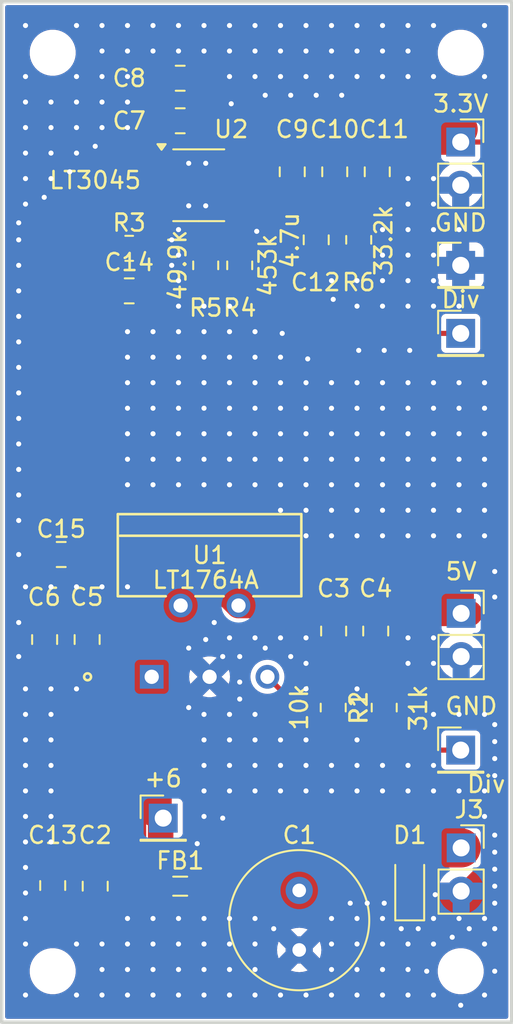
<source format=kicad_pcb>
(kicad_pcb (version 20240108) (generator "pcbnew") (generator_version "8.0")
  (layers (0 "F.Cu" signal) (31 "B.Cu" signal) (34 "B.Paste" user) (35 "F.Paste" user) (36 "B.SilkS" user "B.Silkscreen") (37 "F.SilkS" user "F.Silkscreen") (38 "B.Mask" user) (39 "F.Mask" user) (44 "Edge.Cuts" user))
  (net 0 "")
  (net 1 "GND")
  (net 2 "+5V")
  (net 3 "Net-(U2-SET)")
  (net 4 "+3.3V")
  (net 5 "+6V")
  (net 6 "VCC")
  (net 7 "/Div_1")
  (net 8 "/Div_2")
  (net 9 "Net-(U2-PG)")
  (footprint "Capacitor_SMD:C_0805_2012Metric_Pad1.18x1.45mm_HandSolder" (layer "F.Cu") (at 146.5 75.5)
    (property "Reference" "C14")
    (property "Value" "10u")
  )
  (footprint "Capacitor_SMD:C_0805_2012Metric_Pad1.18x1.45mm_HandSolder" (layer "F.Cu") (at 158.525 95.5 -90)
    (property "Reference" "C3")
    (property "Value" "22u" (hide yes))
  )
  (footprint "Capacitor_SMD:C_0805_2012Metric_Pad1.18x1.45mm_HandSolder" (layer "F.Cu") (at 142 110.4625 -90)
    (property "Reference" "C13")
    (property "Value" "22u" (hide yes))
  )
  (footprint "Capacitor_SMD:C_0805_2012Metric_Pad1.18x1.45mm_HandSolder" (layer "F.Cu") (at 158.59 68.5 -90)
    (property "Reference" "C10")
    (property "Value" "10u" (hide yes))
  )
  (footprint "Resistor_SMD:R_0805_2012Metric_Pad1.20x1.40mm_HandSolder" (layer "F.Cu") (at 161.5 100 -90)
    (property "Reference" "R1")
    (property "Value" "31k")
  )
  (footprint "MountingHole:MountingHole_2.2mm_M2" (layer "F.Cu") (at 142 115.5)
    (property "Reference" "H3" (hide yes))
    (property "Value" "MountingHole" (hide yes))
  )
  (footprint "Capacitor_THT:C_Radial_D8.0mm_H11.5mm_P3.50mm" (layer "F.Cu") (at 156.5 110.75 -90)
    (property "Reference" "C1")
    (property "Value" "100u" (hide yes))
  )
  (footprint "Resistor_SMD:R_0805_2012Metric_Pad1.20x1.40mm_HandSolder" (layer "F.Cu") (at 146.5 73)
    (property "Reference" "R3")
    (property "Value" "200k")
  )
  (footprint "Connector_PinHeader_2.54mm:PinHeader_1x01_P2.54mm_Vertical" (layer "F.Cu") (at 166 102.5)
    (property "Reference" "Div")
    (property "Value" "Conn_01x01_Pin" (hide yes))
  )
  (footprint "MountingHole:MountingHole_2.2mm_M2" (layer "F.Cu") (at 166 115.5)
    (property "Reference" "H4" (hide yes))
    (property "Value" "MountingHole" (hide yes))
  )
  (footprint "Capacitor_SMD:C_0805_2012Metric_Pad1.18x1.45mm_HandSolder" (layer "F.Cu") (at 144.025 96 -90)
    (property "Reference" "C5")
    (property "Value" "10u" (hide yes))
  )
  (footprint "Capacitor_SMD:C_0805_2012Metric_Pad1.18x1.45mm_HandSolder" (layer "F.Cu") (at 141.525 96 -90)
    (property "Reference" "C6")
    (property "Value" ".1u" (hide yes))
  )
  (footprint "Resistor_SMD:R_0805_2012Metric_Pad1.20x1.40mm_HandSolder" (layer "F.Cu") (at 151 74 -90)
    (property "Reference" "R5")
    (property "Value" "49.9k")
  )
  (footprint "Resistor_SMD:R_0805_2012Metric_Pad1.20x1.40mm_HandSolder" (layer "F.Cu") (at 160 72.5 90)
    (property "Reference" "R6")
    (property "Value" "33.2k")
  )
  (footprint "Capacitor_SMD:C_0805_2012Metric_Pad1.18x1.45mm_HandSolder" (layer "F.Cu") (at 149.5 63)
    (property "Reference" "C8")
    (property "Value" "22u" (hide yes))
  )
  (footprint "Capacitor_SMD:C_0805_2012Metric_Pad1.18x1.45mm_HandSolder" (layer "F.Cu") (at 149.5 65.5)
    (property "Reference" "C7")
    (property "Value" ".1u" (hide yes))
  )
  (footprint "Connector_PinSocket_2.54mm:PinSocket_1x02_P2.54mm_Vertical" (layer "F.Cu") (at 166.025 94.46)
    (property "Reference" "5V")
    (property "Value" "Conn_01x02_Pin" (hide yes))
  )
  (footprint "Capacitor_SMD:C_0805_2012Metric_Pad1.18x1.45mm_HandSolder" (layer "F.Cu") (at 142.5 91 180)
    (property "Reference" "C15")
    (property "Value" "10u" (hide yes))
  )
  (footprint "Capacitor_SMD:C_0805_2012Metric_Pad1.18x1.45mm_HandSolder" (layer "F.Cu") (at 144.5 110.5 -90)
    (property "Reference" "C2")
    (property "Value" "22u" (hide yes))
  )
  (footprint "Connector_PinSocket_2.54mm:PinSocket_1x02_P2.54mm_Vertical" (layer "F.Cu") (at 166.025 108.25)
    (property "Reference" "J3")
    (property "Value" "Conn_01x02_Pin" (hide yes))
  )
  (footprint "Connector_PinHeader_2.54mm:PinHeader_1x01_P2.54mm_Vertical" (layer "F.Cu") (at 166 78)
    (property "Reference" "Div")
    (property "Value" "Conn_01x01_Pin" (hide yes))
  )
  (footprint "Connector_PinSocket_2.54mm:PinSocket_1x02_P2.54mm_Vertical" (layer "F.Cu") (at 166 66.75)
    (property "Reference" "3.3V")
    (property "Value" "Conn_01x02_Pin" (hide yes))
  )
  (footprint "Capacitor_SMD:C_0805_2012Metric_Pad1.18x1.45mm_HandSolder" (layer "F.Cu") (at 157.5 72.5 90)
    (property "Reference" "C12")
    (property "Value" "4.7u")
  )
  (footprint "MountingHole:MountingHole_2.2mm_M2" (layer "F.Cu") (at 142 61.5)
    (property "Reference" "H1" (hide yes))
    (property "Value" "MountingHole" (hide yes))
  )
  (footprint "Resistor_SMD:R_0805_2012Metric_Pad1.20x1.40mm_HandSolder" (layer "F.Cu") (at 158.5 100 90)
    (property "Reference" "R2")
    (property "Value" "10k")
  )
  (footprint "Resistor_SMD:R_0805_2012Metric_Pad1.20x1.40mm_HandSolder" (layer "F.Cu") (at 153 74 90)
    (property "Reference" "R4")
    (property "Value" "453k")
  )
  (footprint "Diode_SMD:D_SOD-323_HandSoldering" (layer "F.Cu") (at 163 110.5 90)
    (property "Reference" "D1")
    (property "Value" "CDSOD323-To8" (hide yes))
  )
  (footprint "LT1764AET#PBF:TO220-5_T_LIT" (layer "F.Cu") (at 147.8232 98.191)
    (property "Reference" "U1")
    (property "Value" "LT1764A")
  )
  (footprint "Capacitor_SMD:C_0805_2012Metric_Pad1.18x1.45mm_HandSolder" (layer "F.Cu") (at 161.09 68.5 -90)
    (property "Reference" "C11")
    (property "Value" ".1u" (hide yes))
  )
  (footprint "Package_SO:MSOP-12-1EP_3x4mm_P0.65mm_EP1.65x2.85mm" (layer "F.Cu") (at 150.59 69.29)
    (property "Reference" "U2")
    (property "Value" "LT3045")
  )
  (footprint "MountingHole:MountingHole_2.2mm_M2" (layer "F.Cu") (at 166 61.5)
    (property "Reference" "H2" (hide yes))
    (property "Value" "MountingHole" (hide yes))
  )
  (footprint "Connector_PinHeader_2.54mm:PinHeader_1x01_P2.54mm_Vertical" (layer "F.Cu") (at 148.5 106.5)
    (property "Reference" "+6")
    (property "Value" "Conn_01x01_Pin" (hide yes))
  )
  (footprint "Connector_PinHeader_2.54mm:PinHeader_1x01_P2.54mm_Vertical" (layer "F.Cu") (at 166 74)
    (property "Reference" "GND")
    (property "Value" "Conn_01x01_Pin" (hide yes))
  )
  (footprint "Inductor_SMD:L_0805_2012Metric_Pad1.05x1.20mm_HandSolder" (layer "F.Cu") (at 149.5 110.5 180)
    (property "Reference" "FB1")
    (property "Value" "Ferrite" (hide yes))
  )
  (footprint "Capacitor_SMD:C_0805_2012Metric_Pad1.18x1.45mm_HandSolder" (layer "F.Cu") (at 161 95.5 -90)
    (property "Reference" "C4")
    (property "Value" ".1u" (hide yes))
  )
  (footprint "Capacitor_SMD:C_0805_2012Metric_Pad1.18x1.45mm_HandSolder" (layer "F.Cu") (at 156.09 68.5 -90)
    (property "Reference" "C9")
    (property "Value" "10u" (hide yes))
  )
  (gr_rect (start 139 58.5) (end 169 118.5) (stroke (width 0.2)) (fill none) (layer "Edge.Cuts"))
  (gr_text "GND" (at 165 100.5 0) (layer "F.SilkS") (effects (font (size 1 1)) (justify left bottom)))
  (segment (start 166.59627 110.79) (end 167.193135 110.193135) (width 1.5) (layer "F.Cu") (net 1))
  (segment (start 166.025 111.025) (end 167.4 112.4) (width 1.5) (layer "F.Cu") (net 1))
  (segment (start 166.025 110.79) (end 166.025 111.025) (width 1.5) (layer "F.Cu") (net 1))
  (segment (start 166.025 110.79) (end 165.065 111.75) (width 1.5) (layer "F.Cu") (net 1))
  (segment (start 166.025 110.79) (end 166.59627 110.79) (width 1.5) (layer "F.Cu") (net 1))
  (segment (start 165.065 111.75) (end 163 111.75) (width 1.5) (layer "F.Cu") (net 1))
  (via (at 164.4 103.4) (size 0.6) (drill 0.3) (layers "F.Cu" "B.Cu") (net 1))
  (via (at 156.9 97.4) (size 0.6) (drill 0.3) (layers "F.Cu" "B.Cu") (net 1))
  (via (at 152.4 115.4) (size 0.6) (drill 0.3) (layers "F.Cu" "B.Cu") (net 1))
  (via (at 140.4 70.4) (size 0.6) (drill 0.3) (layers "F.Cu" "B.Cu") (net 1))
  (via (at 156.9 95.9) (size 0.6) (drill 0.3) (layers "F.Cu" "B.Cu") (net 1))
  (via (at 155.4 101.9) (size 0.6) (drill 0.3) (layers "F.Cu" "B.Cu") (net 1))
  (via (at 152.4 100.4) (size 0.6) (drill 0.3) (layers "F.Cu" "B.Cu") (net 1))
  (via (at 152.5 64.5) (size 0.6) (drill 0.3) (layers "F.Cu" "B.Cu") (net 1))
  (via (at 151 68) (size 0.6) (drill 0.3) (layers "F.Cu" "B.Cu") (net 1))
  (via (at 168 101) (size 0.6) (drill 0.3) (layers "F.Cu" "B.Cu") (net 1))
  (via (at 156.9 103.4) (size 0.6) (drill 0.3) (layers "F.Cu" "B.Cu") (net 1))
  (via (at 158.4 59.9) (size 0.6) (drill 0.3) (layers "F.Cu" "B.Cu") (net 1))
  (via (at 150.9 83.9) (size 0.6) (drill 0.3) (layers "F.Cu" "B.Cu") (net 1))
  (via (at 149.4 79.4) (size 0.6) (drill 0.3) (layers "F.Cu" "B.Cu") (net 1))
  (via (at 140 95) (size 0.6) (drill 0.3) (layers "F.Cu" "B.Cu") (net 1))
  (via (at 141.9 67.4) (size 0.6) (drill 0.3) (layers "F.Cu" "B.Cu") (net 1))
  (via (at 147.9 77.9) (size 0.6) (drill 0.3) (layers "F.Cu" "B.Cu") (net 1))
  (via (at 161.4 59.9) (size 0.6) (drill 0.3) (layers "F.Cu" "B.Cu") (net 1))
  (via (at 167.4 89.9) (size 0.6) (drill 0.3) (layers "F.Cu" "B.Cu") (net 1))
  (via (at 146.4 83.9) (size 0.6) (drill 0.3) (layers "F.Cu" "B.Cu") (net 1))
  (via (at 152.4 101.9) (size 0.6) (drill 0.3) (layers "F.Cu" "B.Cu") (net 1))
  (via (at 158.4 116.9) (size 0.6) (drill 0.3) (layers "F.Cu" "B.Cu") (net 1))
  (via (at 161.4 80.9) (size 0.6) (drill 0.3) (layers "F.Cu" "B.Cu") (net 1))
  (via (at 143.4 59.9) (size 0.6) (drill 0.3) (layers "F.Cu" "B.Cu") (net 1))
  (via (at 164.4 116.9) (size 0.6) (drill 0.3) (layers "F.Cu" "B.Cu") (net 1))
  (via (at 161.4 88.4) (size 0.6) (drill 0.3) (layers "F.Cu" "B.Cu") (net 1))
  (via (at 155.4 86.9) (size 0.6) (drill 0.3) (layers "F.Cu" "B.Cu") (net 1))
  (via (at 161.5 111.5) (size 0.6) (drill 0.3) (layers "F.Cu" "B.Cu") (net 1))
  (via (at 143.4 116.9) (size 0.6) (drill 0.3) (layers "F.Cu" "B.Cu") (net 1))
  (via (at 153.9 82.4) (size 0.6) (drill 0.3) (layers "F.Cu" "B.Cu") (net 1))
  (via (at 149.4 59.9) (size 0.6) (drill 0.3) (layers "F.Cu" "B.Cu") (net 1))
  (via (at 167.4 100.4) (size 0.6) (drill 0.3) (layers "F.Cu" "B.Cu") (net 1))
  (via (at 147.9 112.4) (size 0.6) (drill 0.3) (layers "F.Cu" "B.Cu") (net 1))
  (via (at 152.4 104.9) (size 0.6) (drill 0.3) (layers "F.Cu" "B.Cu") (net 1))
  (via (at 141.9 106.4) (size 0.6) (drill 0.3) (layers "F.Cu" "B.Cu") (net 1))
  (via (at 164.4 113.9) (size 0.6) (drill 0.3) (layers "F.Cu" "B.Cu") (net 1))
  (via (at 144.9 61.4) (size 0.6) (drill 0.3) (layers "F.Cu" "B.Cu") (net 1))
  (via (at 140 97) (size 0.6) (drill 0.3) (layers "F.Cu" "B.Cu") (net 1))
  (via (at 159.9 112.4) (size 0.6) (drill 0.3) (layers "F.Cu" "B.Cu") (net 1))
  (via (at 146.4 59.9) (size 0.6) (drill 0.3) (layers "F.Cu" "B.Cu") (net 1))
  (via (at 156.9 59.9) (size 0.6) (drill 0.3) (layers "F.Cu" "B.Cu") (net 1))
  (via (at 168 110.5) (size 0.6) (drill 0.3) (layers "F.Cu" "B.Cu") (net 1))
  (via (at 158.4 80.9) (size 0.6) (drill 0.3) (layers "F.Cu" "B.Cu") (net 1))
  (via (at 146.4 77.9) (size 0.6) (drill 0.3) (layers "F.Cu" "B.Cu") (net 1))
  (via (at 150.9 100.4) (size 0.6) (drill 0.3) (layers "F.Cu" "B.Cu") (net 1))
  (via (at 144.9 115.4) (size 0.6) (drill 0.3) (layers "F.Cu" "B.Cu") (net 1))
  (via (at 167.4 83.9) (size 0.6) (drill 0.3) (layers "F.Cu" "B.Cu") (net 1))
  (via (at 159.9 101.9) (size 0.6) (drill 0.3) (layers "F.Cu" "B.Cu") (net 1))
  (via (at 167.4 112.4) (size 0.6) (drill 0.3) (layers "F.Cu" "B.Cu") (net 1))
  (via (at 143.4 62.9) (size 0.6) (drill 0.3) (layers "F.Cu" "B.Cu") (net 1))
  (via (at 143.4 92.9) (size 0.6) (drill 0.3) (layers "F.Cu" "B.Cu") (net 1))
  (via (at 140.4 104.9) (size 0.6) (drill 0.3) (layers "F.Cu" "B.Cu") (net 1))
  (via (at 155.4 62.9) (size 0.6) (drill 0.3) (layers "F.Cu" "B.Cu") (net 1))
  (via (at 153.9 83.9) (size 0.6) (drill 0.3) (layers "F.Cu" "B.Cu") (net 1))
  (via (at 140 80) (size 0.6) (drill 0.3) (layers "F.Cu" "B.Cu") (net 1))
  (via (at 167.4 116.9) (size 0.6) (drill 0.3) (layers "F.Cu" "B.Cu") (net 1))
  (via (at 157 79.5) (size 0.6) (drill 0.3) (layers "F.Cu" "B.Cu") (net 1))
  (via (at 159.9 62.9) (size 0.6) (drill 0.3) (layers "F.Cu" "B.Cu") (net 1))
  (via (at 164.4 89.9) (size 0.6) (drill 0.3) (layers "F.Cu" "B.Cu") (net 1))
  (via (at 162.9 61.4) (size 0.6) (drill 0.3) (layers "F.Cu" "B.Cu") (net 1))
  (via (at 140 81.5) (size 0.6) (drill 0.3) (layers "F.Cu" "B.Cu") (net 1))
  (via (at 164.4 100.4) (size 0.6) (drill 0.3) (layers "F.Cu" "B.Cu") (net 1))
  (via (at 168 113) (size 0.6) (drill 0.3) (layers "F.Cu" "B.Cu") (net 1))
  (via (at 165.9 76.4) (size 0.6) (drill 0.3) (layers "F.Cu" "B.Cu") (net 1))
  (via (at 158.4 88.4) (size 0.6) (drill 0.3) (layers "F.Cu" "B.Cu") (net 1))
  (via (at 161.5 79) (size 0.6) (drill 0.3) (layers "F.Cu" "B.Cu") (net 1))
  (via (at 149.4 86.9) (size 0.6) (drill 0.3) (layers "F.Cu" "B.Cu") (net 1))
  (via (at 157.5 64) (size 0.6) (drill 0.3) (layers "F.Cu" "B.Cu") (net 1))
  (via (at 158.4 103.4) (size 0.6) (drill 0.3) (layers "F.Cu" "B.Cu") (net 1))
  (via (at 140 75.5) (size 0.6) (drill 0.3) (layers "F.Cu" "B.Cu") (net 1))
  (via (at 143.4 113.9) (size 0.6) (drill 0.3) (layers "F.Cu" "B.Cu") (net 1))
  (via (at 143.4 98.9) (size 0.6) (drill 0.3) (layers "F.Cu" "B.Cu") (net 1))
  (via (at 152.4 113.9) (size 0.6) (drill 0.3) (layers "F.Cu" "B.Cu") (net 1))
  (via (at 150.9 86.9) (size 0.6) (drill 0.3) (layers "F.Cu" "B.Cu") (net 1))
  (via (at 161.4 71.9) (size 0.6) (drill 0.3) (layers "F.Cu" "B.Cu") (net 1))
  (via (at 153.9 112.4) (size 0.6) (drill 0.3) (layers "F.Cu" "B.Cu") (net 1))
  (via (at 153.9 59.9) (size 0.6) (drill 0.3) (layers "F.Cu" "B.Cu") (net 1))
  (via (at 160.5 111.5) (size 0.6) (drill 0.3) (layers "F.Cu" "B.Cu") (net 1))
  (via (at 162.9 83.9) (size 0.6) (drill 0.3) (layers "F.Cu" "B.Cu") (net 1))
  (via (at 165.9 71.9) (size 0.6) (drill 0.3) (layers "F.Cu" "B.Cu") (net 1))
  (via (at 147.9 61.4) (size 0.6) (drill 0.3) (layers "F.Cu" "B.Cu") (net 1))
  (via (at 168 108.5) (size 0.6) (drill 0.3) (layers "F.Cu" "B.Cu") (net 1))
  (via (at 159.9 59.9) (size 0.6) (drill 0.3) (layers "F.Cu" "B.Cu") (net 1))
  (via (at 149.4 113.9) (size 0.6) (drill 0.3) (layers "F.Cu" "B.Cu") (net 1))
  (via (at 153.9 116.9) (size 0.6) (drill 0.3) (layers "F.Cu" "B.Cu") (net 1))
  (via (at 162.9 71.9) (size 0.6) (drill 0.3) (layers "F.Cu" "B.Cu") (net 1))
  (via (at 150.9 85.4) (size 0.6) (drill 0.3) (layers "F.Cu" "B.Cu") (net 1))
  (via (at 159.5 111.5) (size 0.6) (drill 0.3) (layers "F.Cu" "B.Cu") (net 1))
  (via (at 162.9 95.9) (size 0.6) (drill 0.3) (layers "F.Cu" "B.Cu") (net 1))
  (via (at 149.4 76.4) (size 0.6) (drill 0.3) (layers "F.Cu" "B.Cu") (net 1))
  (via (at 156.9 83.9) (size 0.6) (drill 0.3) (layers "F.Cu" "B.Cu") (net 1))
  (via (at 141.9 104.9) (size 0.6) (drill 0.3) (layers "F.Cu" "B.Cu") (net 1))
  (via (at 152.4 85.4) (size 0.6) (drill 0.3) (layers "F.Cu" "B.Cu") (net 1))
  (via (at 153.9 115.4) (size 0.6) (drill 0.3) (layers "F.Cu" "B.Cu") (net 1))
  (via (at 140 86) (size 0.6) (drill 0.3) (layers "F.Cu" "B.Cu") (net 1))
  (via (at 147.9 79.4) (size 0.6) (drill 0.3) (layers "F.Cu" "B.Cu") (net 1))
  (via (at 162.9 89.9) (size 0.6) (drill 0.3) (layers "F.Cu" "B.Cu") (net 1))
  (via (at 141.9 98.9) (size 0.6) (drill 0.3) (layers "F.Cu" "B.Cu") (net 1))
  (via (at 161.4 104.9) (size 0.6) (drill 0.3) (layers "F.Cu" "B.Cu") (net 1))
  (via (at 144.9 92.9) (size 0.6) (drill 0.3) (layers "F.Cu" "B.Cu") (net 1))
  (via (at 152.4 83.9) (size 0.6) (drill 0.3) (layers "F.Cu" "B.Cu") (net 1))
  (via (at 140.4 109.4) (size 0.6) (drill 0.3) (layers "F.Cu" "B.Cu") (net 1))
  (via (at 141.5 70) (size 0.6) (drill 0.3) (layers "F.Cu" "B.Cu") (net 1))
  (via (at 161.4 112.4) (size 0.6) (drill 0.3) (layers "F.Cu" "B.Cu") (net 1))
  (via (at 150.9 77.9) (size 0.6) (drill 0.3) (layers "F.Cu" "B.Cu") (net 1))
  (via (at 168 115.5) (size 0.6) (drill 0.3) (layers "F.Cu" "B.Cu") (net 1))
  (via (at 152.4 80.9) (size 0.6) (drill 0.3) (layers "F.Cu" "B.Cu") (net 1))
  (via (at 155.5 78) (size 0.6) (drill 0.3) (layers "F.Cu" "B.Cu") (net 1))
  (via (at 155.4 79.4) (size 0.6) (drill 0.3) (layers "F.Cu" "B.Cu") (net 1))
  (via (at 156.9 62.9) (size 0.6) (drill 0.3) (layers "F.Cu" "B.Cu") (net 1))
  (via (at 159.9 88.4) (size 0.6) (drill 0.3) (layers "F.Cu" "B.Cu") (net 1))
  (via (at 146.4 62.9) (size 0.6) (drill 0.3) (layers "F.Cu" "B.Cu") (net 1))
  (via (at 159.9 61.4) (size 0.6) (drill 0.3) (layers "F.Cu" "B.Cu") (net 1))
  (via (at 164.4 70.4) (size 0.6) (drill 0.3) (layers "F.Cu" "B.Cu") (net 1))
  (via (at 159.9 85.4) (size 0.6) (drill 0.3) (layers "F.Cu" "B.Cu") (net 1))
  (via (at 168 104) (size 0.6) (drill 0.3) (layers "F.Cu" "B.Cu") (net 1))
  (via (at 164.4 76.4) (size 0.6) (drill 0.3) (layers "F.Cu" "B.Cu") (net 1))
  (via (at 165.9 89.9) (size 0.6) (drill 0.3) (layers "F.Cu" "B.Cu") (net 1))
  (via (at 146.4 116.9) (size 0.6) (drill 0.3) (layers "F.Cu" "B.Cu") (net 1))
  (via (at 146.4 112.4) (size 0.6) (drill 0.3) (layers "F.Cu" "B.Cu") (net 1))
  (via (at 158.4 83.9) (size 0.6) (drill 0.3) (layers "F.Cu" "B.Cu") (net 1))
  (via (at 150.9 113.9) (size 0.6) (drill 0.3) (layers "F.Cu" "B.Cu") (net 1))
  (via (at 140 74) (size 0.6) (drill 0.3) (layers "F.Cu" "B.Cu") (net 1))
  (via (at 154 72) (size 0.6) (drill 0.3) (layers "F.Cu" "B.Cu") (net 1))
  (via (at 165.9 83.9) (size 0.6) (drill 0.3) (layers "F.Cu" "B.Cu") (net 1))
  (via (at 162.9 85.4) (size 0.6) (drill 0.3) (layers "F.Cu" "B.Cu") (net 1))
  (via (at 167.4 104.9) (size 0.6) (drill 0.3) (layers "F.Cu" "B.Cu") (net 1))
  (via (at 151.5 95) (size 0.6) (drill 0.3) (layers "F.Cu" "B.Cu") (net 1))
  (via (at 164.4 83.9) (size 0.6) (drill 0.3) (layers "F.Cu" "B.Cu") (net 1))
  (via (at 141.9 103.4) (size 0.6) (drill 0.3) (layers "F.Cu" "B.Cu") (net 1))
  (via (at 164.4 68.9) (size 0.6) (drill 0.3) (layers "F.Cu" "B.Cu") (net 1))
  (via (at 162.9 74.9) (size 0.6) (drill 0.3) (layers "F.Cu" "B.Cu") (net 1))
  (via (at 168 103) (size 0.6) (drill 0.3) (layers "F.Cu" "B.Cu") (net 1))
  (via (at 163.5 113) (size 0.6) (drill 0.3) (layers "F.Cu" "B.Cu") (net 1))
  (via (at 140.4 103.4) (size 0.6) (drill 0.3) (layers "F.Cu" "B.Cu") (net 1))
  (via (at 140.4 112.4) (size 0.6) (drill 0.3) (layers "F.Cu" "B.Cu") (net 1))
  (via (at 153.9 77.9) (size 0.6) (drill 0.3) (layers "F.Cu" "B.Cu") (net 1))
  (via (at 165.9 104.9) (size 0.6) (drill 0.3) (layers "F.Cu" "B.Cu") (net 1))
  (via (at 140.4 110.9) (size 0.6) (drill 0.3) (layers "F.Cu" "B.Cu") (net 1))
  (via (at 140.4 62.9) (size 0.6) (drill 0.3) (layers "F.Cu" "B.Cu") (net 1))
  (via (at 152.4 116.9) (size 0.6) (drill 0.3) (layers "F.Cu" "B.Cu") (net 1))
  (via (at 143.4 64.4) (size 0.6) (drill 0.3) (layers "F.Cu" "B.Cu") (net 1))
  (via (at 147.9 80.9) (size 0.6) (drill 0.3) (layers "F.Cu" "B.Cu") (net 1))
  (via (at 153.9 100.4) (size 0.6) (drill 0.3) (layers "F.Cu" "B.Cu") (net 1))
  (via (at 159.9 74.9) (size 0.6) (drill 0.3) (layers "F.Cu" "B.Cu") (net 1))
  (via (at 150.9 116.9) (size 0.6) (drill 0.3) (layers "F.Cu" "B.Cu") (net 1))
  (via (at 159.9 82.4) (size 0.6) (drill 0.3) (layers "F.Cu" "B.Cu") (net 1))
  (via (at 149.4 74.9) (size 0.6) (drill 0.3) (layers "F.Cu" "B.Cu") (net 1))
  (via (at 140.4 106.4) (size 0.6) (drill 0.3) (layers "F.Cu" "B.Cu") (net 1))
  (via (at 146.4 64.4) (size 0.6) (drill 0.3) (layers "F.Cu" "B.Cu") (net 1))
  (via (at 140.4 98.9) (size 0.6) (drill 0.3) (layers "F.Cu" "B.Cu") (net 1))
  (via (at 152.4 77.9) (size 0.6) (drill 0.3) (layers "F.Cu" "B.Cu") (net 1))
  (via (at 144.9 65.9) (size 0.6) (drill 0.3) (layers "F.Cu" "B.Cu") (net 1))
  (via (at 165.9 82.4) (size 0.6) (drill 0.3) (layers "F.Cu" "B.Cu") (net 1))
  (via (at 164.4 62.9) (size 0.6) (drill 0.3) (layers "F.Cu" "B.Cu") (net 1))
  (via (at 165.9 100.4) (size 0.6) (drill 0.3) (layers "F.Cu" "B.Cu") (net 1))
  (via (at 168 102) (size 0.6) (drill 0.3) (layers "F.Cu" "B.Cu") (net 1))
  (via (at 146.4 85.4) (size 0.6) (drill 0.3) (layers "F.Cu" "B.Cu") (net 1))
  (via (at 156 64) (size 0.6) (drill 0.3) (layers "F.Cu" "B.Cu") (net 1))
  (via (at 162.9 62.9) (size 0.6) (drill 0.3) (layers "F.Cu" "B.Cu") (net 1))
  (via (at 147.9 116.9) (size 0.6) (drill 0.3) (layers "F.Cu" "B.Cu") (net 1))
  (via (at 167.4 113.9) (size 0.6) (drill 0.3) (layers "F.Cu" "B.Cu") (net 1))
  (via (at 150 70.5) (size 0.6) (drill 0.3) (layers "F.Cu" "B.Cu") (net 1))
  (via (at 149 72.5) (size 0.6) (drill 0.3) (layers "F.Cu" "B.Cu") (net 1))
  (via (at 155.4 104.9) (size 0.6) (drill 0.3) (layers "F.Cu" "B.Cu") (net 1))
  (via (at 164.4 88.4) (size 0.6) (drill 0.3) (layers "F.Cu" "B.Cu") (net 1))
  (via (at 147.9 83.9) (size 0.6) (drill 0.3) (layers "F.Cu" "B.Cu") (net 1))
  (via (at 156.9 89.9) (size 0.6) (drill 0.3) (layers "F.Cu" "B.Cu") (net 1))
  (via (at 150.9 106.4) (size 0.6) (drill 0.3) (layers "F.Cu" "B.Cu") (net 1))
  (via (at 162.9 103.4) (size 0.6) (drill 0.3) (layers "F.Cu" "B.Cu") (net 1))
  (via (at 156.9 98.9) (size 0.6) (drill 0.3) (layers "F.Cu" "B.Cu") (net 1))
  (via (at 158.4 112.4) (size 0.6) (drill 0.3) (layers "F.Cu" "B.Cu") (net 1))
  (via (at 146.4 113.9) (size 0.6) (drill 0.3) (layers "F.Cu" "B.Cu") (net 1))
  (via (at 156.9 88.4) (size 0.6) (drill 0.3) (layers "F.Cu" "B.Cu") (net 1))
  (via (at 153.9 79.4) (size 0.6) (drill 0.3) (layers "F.Cu" "B.Cu") (net 1))
  (via (at 161.4 74.9) (size 0.6) (drill 0.3) (layers "F.Cu" "B.Cu") (net 1))
  (via (at 159.9 89.9) (size 0.6) (drill 0.3) (layers "F.Cu" "B.Cu") (net 1))
  (via (at 159 64) (size 0.6) (drill 0.3) (layers "F.Cu" "B.Cu") (net 1))
  (via (at 156.9 86.9) (size 0.6) (drill 0.3) (layers "F.Cu" "B.Cu") (net 1))
  (via (at 158.4 85.4) (size 0.6) (drill 0.3) (layers "F.Cu" "B.Cu") (net 1))
  (via (at 154.5 96.5) (size 0.6) (drill 0.3) (layers "F.Cu" "B.Cu") (net 1))
  (via (at 159.9 86.9) (size 0.6) (drill 0.3) (layers "F.Cu" "B.Cu") (net 1))
  (via (at 146.4 92.9) (size 0.6) (drill 0.3) (layers "F.Cu" "B.Cu") (net 1))
  (via (at 153.9 113.9) (size 0.6) (drill 0.3) (layers "F.Cu" "B.Cu") (net 1))
  (via (at 147.9 86.9) (size 0.6) (drill 0.3) (layers "F.Cu" "B.Cu") (net 1))
  (via (at 156.9 101.9) (size 0.6) (drill 0.3) (layers "F.Cu" "B.Cu") (net 1))
  (via (at 146.4 61.4) (size 0.6) (drill 0.3) (layers "F.Cu" "B.Cu") (net 1))
  (via (at 144.9 62.9) (size 0.6) (drill 0.3) (layers "F.Cu" "B.Cu") (net 1))
  (via (at 156.9 61.4) (size 0.6) (drill 0.3) (layers "F.Cu" "B.Cu") (net 1))
  (via (at 141.9 64.4) (size 0.6) (drill 0.3) (layers "F.Cu" "B.Cu") (net 1))
  (via (at 167.4 62.9) (size 0.6) (drill 0.3) (layers "F.Cu" "B.Cu") (net 1))
  (via (at 140.4 113.9) (size 0.6) (drill 0.3) (layers "F.Cu" "B.Cu") (net 1))
  (via (at 161.4 113.9) (size 0.6) (drill 0.3) (layers "F.Cu" "B.Cu") (net 1))
  (via (at 158.4 86.9) (size 0.6) (drill 0.3) (layers "F.Cu" "B.Cu") (net 1))
  (via (at 168 107.5) (size 0.6) (drill 0.3) (layers "F.Cu" "B.Cu") (net 1))
  (via (at 152.4 103.4) (size 0.6) (drill 0.3) (layers "F.Cu" "B.Cu") (net 1))
  (via (at 151 96) (size 0.6) (drill 0.3) (layers "F.Cu" "B.Cu") (net 1))
  (via (at 153.9 80.9) (size 0.6) (drill 0.3) (layers "F.Cu" "B.Cu") (net 1))
  (via (at 149.4 112.4) (size 0.6) (drill 0.3) (layers "F.Cu" "B.Cu") (net 1))
  (via (at 164 115.5) (size 0.6) (drill 0.3) (layers "F.Cu" "B.Cu") (net 1))
  (via (at 144.9 113.9) (size 0.6) (drill 0.3) (layers "F.Cu" "B.Cu") (net 1))
  (via (at 162.9 115.4) (size 0.6) (drill 0.3) (layers "F.Cu" "B.Cu") (net 1))
  (via (at 153 98.5) (size 0.6) (drill 0.3) (layers "F.Cu" "B.Cu") (net 1))
  (via (at 153 97) (size 0.6) (drill 0.3) (layers "F.Cu" "B.Cu") (net 1))
  (via (at 163 79) (size 0.6) (drill 0.3) (layers "F.Cu" "B.Cu") (net 1))
  (via (at 144.9 59.9) (size 0.6) (drill 0.3) (layers "F.Cu" "B.Cu") (net 1))
  (via (at 150 96.5) (size 0.6) (drill 0.3) (layers "F.Cu" "B.Cu") (net 1))
  (via (at 162.9 97.4) (size 0.6) (drill 0.3) (layers "F.Cu" "B.Cu") (net 1))
  (via (at 147.9 82.4) (size 0.6) (drill 0.3) (layers "F.Cu" "B.Cu") (net 1))
  (via (at 149.4 77.9) (size 0.6) (drill 0.3) (layers "F.Cu" "B.Cu") (net 1))
  (via (at 164.4 74.9) (size 0.6) (drill 0.3) (layers "F.Cu" "B.Cu") (net 1))
  (via (at 153.9 103.4) (size 0.6) (drill 0.3) (layers "F.Cu" "B.Cu") (net 1))
  (via (at 162.9 73.4) (size 0.6) (drill 0.3) (layers "F.Cu" "B.Cu") (net 1))
  (via (at 162.9 70.4) (size 0.6) (drill 0.3) (layers "F.Cu" "B.Cu") (net 1))
  (via (at 150.9 112.4) (size 0.6) (drill 0.3) (layers "F.Cu" "B.Cu") (net 1))
  (via (at 162.9 116.9) (size 0.6) (drill 0.3) (layers "F.Cu" "B.Cu") (net 1))
  (via (at 158.4 74.9) (size 0.6) (drill 0.3) (layers "F.Cu" "B.Cu") (net 1))
  (via (at 168 111.5) (size 0.6) (drill 0.3) (layers "F.Cu" "B.Cu") (net 1))
  (via (at 158.4 89.9) (size 0.6) (drill 0.3) (layers "F.Cu" "B.Cu") (net 1))
  (via (at 167.4 80.9) (size 0.6) (drill 0.3) (layers "F.Cu" "B.Cu") (net 1))
  (via (at 146.4 82.4) (size 0.6) (drill 0.3) (layers "F.Cu" "B.Cu") (net 1))
  (via (at 149.4 61.4) (size 0.6) (drill 0.3) (layers "F.Cu" "B.Cu") (net 1))
  (via (at 149.4 83.9) (size 0.6) (drill 0.3) (layers "F.Cu" "B.Cu") (net 1))
  (via (at 164.4 104.9) (size 0.6) (drill 0.3) (layers "F.Cu" "B.Cu") (net 1))
  (via (at 150.9 61.4) (size 0.6) (drill 0.3) (layers "F.Cu" "B.Cu") (net 1))
  (via (at 140.4 64.4) (size 0.6) (drill 0.3) (layers "F.Cu" "B.Cu") (net 1))
  (via (at 165.9 88.4) (size 0.6) (drill 0.3) (layers "F.Cu" "B.Cu") (net 1))
  (via (at 144.9 116.9) (size 0.6) (drill 0.3) (layers "F.Cu" "B.Cu") (net 1))
  (via (at 155.4 95.9) (size 0.6) (drill 0.3) (layers "F.Cu" "B.Cu") (net 1))
  (via (at 150.9 101.9) (size 0.6) (drill 0.3) (layers "F.Cu" "B.Cu") (net 1))
  (via (at 162.9 80.9) (size 0.6) (drill 0.3) (layers "F.Cu" "B.Cu") (net 1))
  (via (at 161.4 76.4) (size 0.6) (drill 0.3) (layers "F.Cu" "B.Cu") (net 1))
  (via (at 159.9 116.9) (size 0.6) (drill 0.3) (layers "F.Cu" "B.Cu") (net 1))
  (via (at 140.4 101.9) (size 0.6) (drill 0.3) (layers "F.Cu" "B.Cu") (net 1))
  (via (at 159.9 104.9) (size 0.6) (drill 0.3) (layers "F.Cu" "B.Cu") (net 1))
  (via (at 152.4 82.4) (size 0.6) (drill 0.3) (layers "F.Cu" "B.Cu") (net 1))
  (via (at 162.9 86.9) (size 0.6) (drill 0.3) (layers "F.Cu" "B.Cu") (net 1))
  (via (at 152.4 86.9) (size 0.6) (drill 0.3) (layers "F.Cu" "B.Cu") (net 1))
  (via (at 161.4 62.9) (size 0.6) (drill 0.3) (layers "F.Cu" "B.Cu") (net 1))
  (via (at 141.9 68.9) (size 0.6) (drill 0.3) (layers "F.Cu" "B.Cu") (net 1))
  (via (at 158.4 82.4) (size 0.6) (drill 0.3) (layers "F.Cu" "B.Cu") (net 1))
  (via (at 162.9 88.4) (size 0.6) (drill 0.3) (layers "F.Cu" "B.Cu") (net 1))
  (via (at 162.5 113) (size 0.6) (drill 0.3) (layers "F.Cu" "B.Cu") (net 1))
  (via (at 151 70.5) (size 0.6) (drill 0.3) (layers "F.Cu" "B.Cu") (net 1))
  (via (at 158.4 113.9) (size 0.6) (drill 0.3) (layers "F.Cu" "B.Cu") (net 1))
  (via (at 167.4 88.4) (size 0.6) (drill 0.3) (layers "F.Cu" "B.Cu") (net 1))
  (via (at 164.4 95.9) (size 0.6) (drill 0.3) (layers "F.Cu" "B.Cu") (net 1))
  (via (at 168 92) (size 0.6) (drill 0.3) (layers "F.Cu" "B.Cu") (net 1))
  (via (at 160 79) (size 0.6) (drill 0.3) (layers "F.Cu" "B.Cu") (net 1))
  (via (at 162.9 113.9) (size 0.6) (drill 0.3) (layers "F.Cu" "B.Cu") (net 1))
  (via (at 156.9 82.4) (size 0.6) (drill 0.3) (layers "F.Cu" "B.Cu") (net 1))
  (via (at 149.4 73.4) (size 0.6) (drill 0.3) (layers "F.Cu" "B.Cu") (net 1))
  (via (at 150.5 108) (size 0.6) (drill 0.3) (layers "F.Cu" "B.Cu") (net 1))
  (via (at 149.4 82.4) (size 0.6) (drill 0.3) (layers "F.Cu" "B.Cu") (net 1))
  (via (at 141.9 100.4) (size 0.6) (drill 0.3) (layers "F.Cu" "B.Cu") (net 1))
  (via (at 140.4 107.9) (size 0.6) (drill 0.3) (layers "F.Cu" "B.Cu") (net 1))
  (via (at 164.4 85.4) (size 0.6) (drill 0.3) (layers "F.Cu" "B.Cu") (net 1))
  (via (at 161.4 89.9) (size 0.6) (drill 0.3) (layers "F.Cu" "B.Cu") (net 1))
  (via (at 155.4 103.4) (size 0.6) (drill 0.3) (layers "F.Cu" "B.Cu") (net 1))
  (via (at 158.4 61.4) (size 0.6) (drill 0.3) (layers "F.Cu" "B.Cu") (net 1))
  (via (at 161.4 86.9) (size 0.6) (drill 0.3) (layers "F.Cu" "B.Cu") (net 1))
  (via (at 161.4 73.4) (size 0.6) (drill 0.3) (layers "F.Cu" "B.Cu") (net 1))
  (via (at 140 71.5) (size 0.6) (drill 0.3) (layers "F.Cu" "B.Cu") (net 1))
  (via (at 159.9 98.9) (size 0.6) (drill 0.3) (layers "F.Cu" "B.Cu") (net 1))
  (via (at 158.5 76) (size 0.6) (drill 0.3) (layers "F.Cu" "B.Cu") (net 1))
  (via (at 141.9 101.9) (size 0.6) (drill 0.3) (layers "F.Cu" "B.Cu") (net 1))
  (via (at 141.9 92.9) (size 0.6) (drill 0.3) (layers "F.Cu" "B.Cu") (net 1))
  (via (at 159.9 80.9) (size 0.6) (drill 0.3) (layers "F.Cu" "B.Cu") (net 1))
  (via (at 155.4 59.9) (size 0.6) (drill 0.3) (layers "F.Cu" "B.Cu") (net 1))
  (via (at 144.5 67) (size 0.6) (drill 0.3) (layers "F.Cu" "B.Cu") (net 1))
  (via (at 159.9 115.4) (size 0.6) (drill 0.3) (layers "F.Cu" "B.Cu") (net 1))
  (via (at 146.4 65.9) (size 0.6) (drill 0.3) (layers "F.Cu" "B.Cu") (net 1))
  (via (at 165.9 112.4) (size 0.6) (drill 0.3) (layers "F.Cu" "B.Cu") (net 1))
  (via (at 161.4 61.4) (size 0.6) (drill 0.3) (layers "F.Cu" "B.Cu") (net 1))
  (via (at 147.9 115.4) (size 0.6) (drill 0.3) (layers "F.Cu" "B.Cu") (net 1))
  (via (at 146.4 86.9) (size 0.6) (drill 0.3) (layers "F.Cu" "B.Cu") (net 1))
  (via (at 162.9 59.9) (size 0.6) (drill 0.3) (layers "F.Cu" "B.Cu") (net 1))
  (via (at 168 93.5) (size 0.6) (drill 0.3) (layers "F.Cu" "B.Cu") (net 1))
  (via (at 146.4 115.4) (size 0.6) (drill 0.3) (layers "F.Cu" "B.Cu") (net 1))
  (via (at 153.9 104.9) (size 0.6) (drill 0.3) (layers "F.Cu" "B.Cu") (net 1))
  (via (at 154.5 64) (size 0.6) (drill 0.3) (layers "F.Cu" "B.Cu") (net 1))
  (via (at 150 100) (size 0.6) (drill 0.3) (layers "F.Cu" "B.Cu") (net 1))
  (via (at 150.9 82.4) (size 0.6) (drill 0.3) (layers "F.Cu" "B.Cu") (net 1))
  (via (at 159.9 76.4) (size 0.6) (drill 0.3) (layers "F.Cu" "B.Cu") (net 1))
  (via (at 140 72.5) (size 0.6) (drill 0.3) (layers "F.Cu" "B.Cu") (net 1))
  (via (at 162.9 104.9) (size 0.6) (drill 0.3) (layers "F.Cu" "B.Cu") (net 1))
  (via (at 156.9 85.4) (size 0.6) (drill 0.3) (layers "F.Cu" "B.Cu") (net 1))
  (via (at 168 109.5) (size 0.6) (drill 0.3) (layers "F.Cu" "B.Cu") (net 1))
  (via (at 150.9 115.4) (size 0.6) (drill 0.3) (layers "F.Cu" "B.Cu") (net 1))
  (via (at 140.4 67.4) (size 0.6) (drill 0.3) (layers "F.Cu" "B.Cu") (net 1))
  (via (at 149.4 71.9) (size 0.6) (drill 0.3) (layers "F.Cu" "B.Cu") (net 1))
  (via (at 141.9 107.9) (size 0.6) (drill 0.3) (layers "F.Cu" "B.Cu") (net 1))
  (via (at 143 68.5) (size 0.6) (drill 0.3) (layers "F.Cu" "B.Cu") (net 1))
  (via (at 164.4 71.9) (size 0.6) (drill 0.3) (layers "F.Cu" "B.Cu") (net 1))
  (via (at 161.4 83.9) (size 0.6) (drill 0.3) (layers "F.Cu" "B.Cu") (net 1))
  (via (at 140.4 59.9) (size 0.6) (drill 0.3) (layers "F.Cu" "B.Cu") (net 1))
  (via (at 164.4 112.4) (size 0.6) (drill 0.3) (layers "F.Cu" "B.Cu") (net 1))
  (via (at 164.4 86.9) (size 0.6) (drill 0.3) (layers "F.Cu" "B.Cu") (net 1))
  (via (at 152 97) (size 0.6) (drill 0.3) (layers "F.Cu" "B.Cu") (net 1))
  (via (at 156.9 80.9) (size 0.6) (drill 0.3) (layers "F.Cu" "B.Cu") (net 1))
  (via (at 161.4 116.9) (size 0.6) (drill 0.3) (layers "F.Cu" "B.Cu") (net 1))
  (via (at 150.9 79.4) (size 0.6) (drill 0.3) (layers "F.Cu" "B.Cu") (net 1))
  (via (at 153.9 61.4) (size 0.6) (drill 0.3) (layers "F.Cu" "B.Cu") (net 1))
  (via (at 144.9 64.4) (size 0.6) (drill 0.3) (layers "F.Cu" "B.Cu") (net 1))
  (via (at 165.9 80.9) (size 0.6) (drill 0.3) (layers "F.Cu" "B.Cu") (net 1))
  (via (at 155.4 82.4) (size 0.6) (drill 0.3) (layers "F.Cu" "B.Cu") (net 1))
  (via (at 147.9 59.9) (size 0.6) (drill 0.3) (layers "F.Cu" "B.Cu") (net 1))
  (via (at 159.9 83.9) (size 0.6) (drill 0.3) (layers "F.Cu" "B.Cu") (net 1))
  (via (at 158.4 104.9) (size 0.6) (drill 0.3) (layers "F.Cu" "B.Cu") (net 1))
  (via (at 167.4 86.9) (size 0.6) (drill 0.3) (layers "F.Cu" "B.Cu") (net 1))
  (via (at 150.9 104.9) (size 0.6) (drill 0.3) (layers "F.Cu" "B.Cu") (net 1))
  (via (at 156 97) (size 0.6) (drill 0.3) (layers "F.Cu" "B.Cu") (net 1))
  (via (at 155.4 61.4) (size 0.6) (drill 0.3) (layers "F.Cu" "B.Cu") (net 1))
  (via (at 149.4 115.4) (size 0.6) (drill 0.3) (layers "F.Cu" "B.Cu") (net 1))
  (via (at 167.4 85.4) (size 0.6) (drill 0.3) (layers "F.Cu" "B.Cu") (net 1))
  (via (at 158.4 115.4) (size 0.6) (drill 0.3) (layers "F.Cu" "B.Cu") (net 1))
  (via (at 155.4 116.9) (size 0.6) (drill 0.3) (layers "F.Cu" "B.Cu") (net 1))
  (via (at 166.5 113) (size 0.6) (drill 0.3) (layers "F.Cu" "B.Cu") (net 1))
  (via (at 152 106.5) (size 0.6) (drill 0.3) (layers "F.Cu" "B.Cu") (net 1))
  (via (at 153.9 86.9) (size 0.6) (drill 0.3) (layers "F.Cu" "B.Cu") (net 1))
  (via (at 140 78.5) (size 0.6) (drill 0.3) (layers "F.Cu" "B.Cu") (net 1))
  (via (at 156.9 104.9) (size 0.6) (drill 0.3) (layers "F.Cu" "B.Cu") (net 1))
  (via (at 153.9 85.4) (size 0.6) (drill 0.3) (layers "F.Cu" "B.Cu") (net 1))
  (via (at 155.4 80.9) (size 0.6) (drill 0.3) (layers "F.Cu" "B.Cu") (net 1))
  (via (at 149 74) (size 0.6) (drill 0.3) (layers "F.Cu" "B.Cu") (net 1))
  (via (at 153.9 62.9) (size 0.6) (drill 0.3) (layers "F.Cu" "B.Cu") (net 1))
  (via (at 140 87.5) (size 0.6) (drill 0.3) (layers "F.Cu" "B.Cu") (net 1))
  (via (at 140.4 100.4) (size 0.6) (drill 0.3) (layers "F.Cu" "B.Cu") (net 1))
  (via (at 147.9 85.4) (size 0.6) (drill 0.3) (layers "F.Cu" "B.Cu") (net 1))
  (via (at 149.4 80.9) (size 0.6) (drill 0.3) (layers "F.Cu" "B.Cu") (net 1))
  (via (at 152.4 76.4) (size 0.6) (drill 0.3) (layers "F.Cu" "B.Cu") (net 1))
  (via (at 161.4 103.4) (size 0.6) (drill 0.3) (layers "F.Cu" "B.Cu") (net 1))
  (via (at 156.9 116.9) (size 0.6) (drill 0.3) (layers "F.Cu" "B.Cu") (net 1))
  (via (at 159.9 113.9) (size 0.6) (drill 0.3) (layers "F.Cu" "B.Cu") (net 1))
  (via (at 150.9 76.4) (size 0.6) (drill 0.3) (layers "F.Cu" "B.Cu") (net 1))
  (via (at 140.4 65.9) (size 0.6) (drill 0.3) (layers "F.Cu" "B.Cu") (net 1))
  (via (at 153.9 95.9) (size 0.6) (drill 0.3) (layers "F.Cu" "B.Cu") (net 1))
  (via (at 159.9 103.4) (size 0.6) (drill 0.3) (layers "F.Cu" "B.Cu") (net 1))
  (via (at 164.5 111) (size 0.6) (drill 0.3) (layers "F.Cu" "B.Cu") (net 1))
  (via (at 149.4 116.9) (size 0.6) (drill 0.3) (layers "F.Cu" "B.Cu") (net 1))
  (via (at 150.9 59.9) (size 0.6) (drill 0.3) (layers "F.Cu" "B.Cu") (net 1))
  (via (at 167.4 106.4) (size 0.6) (drill 0.3) (layers "F.Cu" "B.Cu") (net 1))
  (via (at 164.4 97.4) (size 0.6) (drill 0.3) (layers "F.Cu" "B.Cu") (net 1))
  (via (at 141.9 65.9) (size 0.6) (drill 0.3) (layers "F.Cu" "B.Cu") (net 1))
  (via (at 152.4 79.4) (size 0.6) (drill 0.3) (layers "F.Cu" "B.Cu") (net 1))
  (via (at 140 77) (size 0.6) (drill 0.3) (layers "F.Cu" "B.Cu") (net 1))
  (via (at 162.9 82.4) (size 0.6) (drill 0.3) (layers "F.Cu" "B.Cu") (net 1))
  (via (at 166 117.5) (size 0.6) (drill 0.3) (layers "F.Cu" "B.Cu") (net 1))
  (via (at 146.4 79.4) (size 0.6) (drill 0.3) (layers "F.Cu" "B.Cu") (net 1))
  (via (at 140 89) (size 0.6) (drill 0.3) (layers "F.Cu" "B.Cu") (net 1))
  (via (at 165.9 86.9) (size 0.6) (drill 0.3) (layers "F.Cu" "B.Cu") (net 1))
  (via (at 161.4 82.4) (size 0.6) (drill 0.3) (layers "F.Cu" "B.Cu") (net 1))
  (via (at 155 113) (size 0.6) (drill 0.3) (layers "F.Cu" "B.Cu") (net 1))
  (via (at 150.9 80.9) (size 0.6) (drill 0.3) (layers "F.Cu" "B.Cu") (net 1))
  (via (at 161.4 85.4) (size 0.6) (drill 0.3) (layers "F.Cu" "B.Cu") (net 1))
  (via (at 165.9 85.4) (size 0.6) (drill 0.3) (layers "F.Cu" "B.Cu") (net 1))
  (via (at 143.4 67.4) (size 0.6) (drill 0.3) (layers "F.Cu" "B.Cu") (net 1))
  (via (at 152.4 112.4) (size 0.6) (drill 0.3) (layers "F.Cu" "B.Cu") (net 1))
  (via (at 155.4 85.4) (size 0.6) (drill 0.3) (layers "F.Cu" "B.Cu") (net 1))
  (via (at 147.9 113.9) (size 0.6) (drill 0.3) (layers "F.Cu" "B.Cu") (net 1))
  (via (at 152.4 62.9) (size 0.6) (drill 0.3) (layers "F.Cu" "B.Cu") (net 1))
  (via (at 167.4 59.9) (size 0.6) (drill 0.3) (layers "F.Cu" "B.Cu") (net 1))
  (via (at 152.4 95.9) (size 0.6) (drill 0.3) (layers "F.Cu" "B.Cu") (net 1))
  (via (at 140 83) (size 0.6) (drill 0.3) (layers "F.Cu" "B.Cu") (net 1))
  (via (at 162.9 68.9) (size 0.6) (drill 0.3) (layers "F.Cu" "B.Cu") (net 1))
  (via (at 149.4 85.4) (size 0.6) (drill 0.3) (layers "F.Cu" "B.Cu") (net 1))
  (via (at 140.4 116.9) (size 0.6) (drill 0.3) (layers "F.Cu" "B.Cu") (net 1))
  (via (at 162.9 76.4) (size 0.6) (drill 0.3) (layers "F.Cu" "B.Cu") (net 1))
  (via (at 146.4 80.9) (size 0.6) (drill 0.3) (layers "F.Cu" "B.Cu") (net 1))
  (via (at 150 68) (size 0.6) (drill 0.3) (layers "F.Cu" "B.Cu") (net 1))
  (via (at 165.5 113.5) (size 0.6) (drill 0.3) (layers "F.Cu" "B.Cu") (net 1))
  (via (at 153.9 101.9) (size 0.6) (drill 0.3) (layers "F.Cu" "B.Cu") (net 1))
  (via (at 152.4 59.9) (size 0.6) (drill 0.3) (layers "F.Cu" "B.Cu") (net 1))
  (via (at 153 99.5) (size 0.6) (drill 0.3) (layers "F.Cu" "B.Cu") (net 1))
  (via (at 164.4 82.4) (size 0.6) (drill 0.3) (layers "F.Cu" "B.Cu") (net 1))
  (via (at 140 91) (size 0.6) (drill 0.3) (layers "F.Cu" "B.Cu") (net 1))
  (via (at 143.4 65.9) (size 0.6) (drill 0.3) (layers "F.Cu" "B.Cu") (net 1))
  (via (at 158.4 62.9) (size 0.6) (drill 0.3) (layers "F.Cu" "B.Cu") (net 1))
  (via (at 155.4 88.4) (size 0.6) (drill 0.3) (layers "F.Cu" "B.Cu") (net 1))
  (via (at 140 84.5) (size 0.6) (drill 0.3) (layers "F.Cu" "B.Cu") (net 1))
  (via (at 164.4 80.9) (size 0.6) (drill 0.3) (layers "F.Cu" "B.Cu") (net 1))
  (via (at 164.4 59.9) (size 0.6) (drill 0.3) (layers "F.Cu" "B.Cu") (net 1))
  (via (at 152.4 61.4) (size 0.6) (drill 0.3) (layers "F.Cu" "B.Cu") (net 1))
  (via (at 140.4 92.9) (size 0.6) (drill 0.3) (layers "F.Cu" "B.Cu") (net 1))
  (via (at 164.4 73.4) (size 0.6) (drill 0.3) (layers "F.Cu" "B.Cu") (net 1))
  (via (at 150.9 103.4) (size 0.6) (drill 0.3) (layers "F.Cu" "B.Cu") (net 1))
  (via (at 155.4 83.9) (size 0.6) (drill 0.3) (layers "F.Cu" "B.Cu") (net 1))
  (via (at 161.4 115.4) (size 0.6) (drill 0.3) (layers "F.Cu" "B.Cu") (net 1))
  (via (at 140.4 68.9) (size 0.6) (drill 0.3) (layers "F.Cu" "B.Cu") (net 1))
  (via (at 167.4 82.4) (size 0.6) (drill 0.3) (layers "F.Cu" "B.Cu") (net 1))
  (segment (start 161.0025 94.46) (end 161 94.4625) (width 1.5) (layer "F.Cu") (net 2))
  (segment (start 144.73125 76.23125) (end 145.4625 75.5) (width 1.5) (layer "F.Cu") (net 2))
  (segment (start 142 88) (end 142 72.2775) (width 2) (layer "F.Cu") (net 2))
  (segment (start 144.5 89) (end 144.5 76.4625) (width 1.5) (layer "F.Cu") (net 2))
  (segment (start 146 90) (end 144.5 90) (width 1.5) (layer "F.Cu") (net 2))
  (segment (start 148.44 68.965) (end 148.44 69.015) (width 1.5) (layer "F.Cu") (net 2))
  (segment (start 166.025 94.46) (end 166.025 93.025) (width 1.5) (layer "F.Cu") (net 2))
  (segment (start 159.0625 93) (end 158.0625 94) (width 1.5) (layer "F.Cu") (net 2))
  (segment (start 158.0625 94) (end 158.525 94.4625) (width 1.5) (layer "F.Cu") (net 2))
  (segment (start 143.5375 89.5375) (end 142 88) (width 1.5) (layer "F.Cu") (net 2))
  (segment (start 149.9286 91) (end 152.9286 94) (width 1.5) (layer "F.Cu") (net 2))
  (segment (start 142 72.2775) (end 143.5375 70.74) (width 1.5) (layer "F.Cu") (net 2))
  (segment (start 166.025 94.46) (end 166.025 91.525) (width 1.5) (layer "F.Cu") (net 2))
  (segment (start 152.9286 94) (end 158.0625 94) (width 1.5) (layer "F.Cu") (net 2))
  (segment (start 145.4625 69.5) (end 145.4625 68.815) (width 1.5) (layer "F.Cu") (net 2))
  (segment (start 148.44 68.965) (end 145.9975 68.965) (width 1.5) (layer "F.Cu") (net 2))
  (segment (start 144.38875 69.88875) (end 146.6125 67.665) (width 1.5) (layer "F.Cu") (net 2))
  (segment (start 148.44 67.665) (end 148.44 68.815) (width 1.5) (layer "F.Cu") (net 2))
  (segment (start 152.9286 94) (end 153.9286 93) (width 1.5) (layer "F.Cu") (net 2))
  (segment (start 144.5 76.4625) (end 144.73125 76.23125) (width 1.5) (layer "F.Cu") (net 2))
  (segment (start 161.5 99) (end 168 99) (width 0.3) (layer "F.Cu") (net 2))
  (segment (start 167.46 94.46) (end 166.025 94.46) (width 0.3) (layer "F.Cu") (net 2))
  (segment (start 143.5375 91) (end 149.9286 91) (width 1.5) (layer "F.Cu") (net 2))
  (segment (start 143.5375 77.425) (end 144.73125 76.23125) (width 1.5) (layer "F.Cu") (net 2))
  (segment (start 144.38875 76.35125) (end 144.38875 69.88875) (width 1.5) (layer "F.Cu") (net 2))
  (segment (start 145.9975 68.965) (end 145.4625 69.5) (width 1.5) (layer "F.Cu") (net 2))
  (segment (start 153.9286 93) (end 159.0625 93) (width 1.5) (layer "F.Cu") (net 2))
  (segment (start 168 99) (end 168 95) (width 0.3) (layer "F.Cu") (net 2))
  (segment (start 143.5375 90) (end 143.5375 77.425) (width 1.5) (layer "F.Cu") (net 2))
  (segment (start 166.025 91.525) (end 166 91.5) (width 1.5) (layer "F.Cu") (net 2))
  (segment (start 153.9286 93) (end 153.9286 92.9286) (width 1.5) (layer "F.Cu") (net 2))
  (segment (start 145.4625 75.5) (end 145.4625 69.5) (width 1.5) (layer "F.Cu") (net 2))
  (segment (start 166 91.5) (end 154.5 91.5) (width 1.6) (layer "F.Cu") (net 2))
  (segment (start 166.025 94.46) (end 161.0025 94.46) (width 1.5) (layer "F.Cu") (net 2))
  (segment (start 143.5375 70.74) (end 144.38875 69.88875) (width 1.5) (layer "F.Cu") (net 2))
  (segment (start 144.5 76.4625) (end 144.38875 76.35125) (width 1.5) (layer "F.Cu") (net 2))
  (segment (start 168 95) (end 167.46 94.46) (width 0.3) (layer "F.Cu") (net 2))
  (segment (start 166.025 93.025) (end 166 93) (width 1.5) (layer "F.Cu") (net 2))
  (segment (start 146.6125 67.665) (end 148.44 67.665) (width 1.5) (layer "F.Cu") (net 2))
  (segment (start 153.9286 92.9286) (end 151 90) (width 1.5) (layer "F.Cu") (net 2))
  (segment (start 148.44 67.665) (end 148.44 63.0225) (width 1.5) (layer "F.Cu") (net 2))
  (segment (start 151 90) (end 146 90) (width 1.5) (layer "F.Cu") (net 2))
  (segment (start 152 89) (end 144.5 89) (width 1.5) (layer "F.Cu") (net 2))
  (segment (start 143.5375 77.425) (end 143.5375 70.74) (width 1.5) (layer "F.Cu") (net 2))
  (segment (start 148.44 63.0225) (end 148.4625 63) (width 1.5) (layer "F.Cu") (net 2))
  (segment (start 145.4625 68.815) (end 146.6125 67.665) (width 1.5) (layer "F.Cu") (net 2))
  (segment (start 143.5375 90) (end 143.5375 89.5375) (width 1.5) (layer "F.Cu") (net 2))
  (segment (start 166.5225 94.4625) (end 166.525 94.46) (width 1.5) (layer "F.Cu") (net 2))
  (segment (start 154.5 91.5) (end 152 89) (width 2) (layer "F.Cu") (net 2))
  (segment (start 143.5375 91) (end 143.5375 90) (width 1.5) (layer "F.Cu") (net 2))
  (segment (start 144.5 90) (end 143.5375 90) (width 1.5) (layer "F.Cu") (net 2))
  (segment (start 144.5 90) (end 144.5 89) (width 1.5) (layer "F.Cu") (net 2))
  (segment (start 166 93) (end 159.0625 93) (width 1.5) (layer "F.Cu") (net 2))
  (segment (start 161 94.4625) (end 158.525 94.4625) (width 1.5) (layer "F.Cu") (net 2))
  (segment (start 156 73) (end 156 72.5) (width 0.3) (layer "F.Cu") (net 3))
  (segment (start 159.9625 73.5375) (end 160 73.5) (width 0.3) (layer "F.Cu") (net 3))
  (segment (start 156 72.5) (end 153.765 70.265) (width 0.3) (layer "F.Cu") (net 3))
  (segment (start 156.5375 73.5375) (end 156 73) (width 0.3) (layer "F.Cu") (net 3))
  (segment (start 157.5 73.5375) (end 159.9625 73.5375) (width 0.3) (layer "F.Cu") (net 3))
  (segment (start 157.5 73.5375) (end 156.5375 73.5375) (width 0.3) (layer "F.Cu") (net 3))
  (segment (start 153.765 70.265) (end 152.74 70.265) (width 0.3) (layer "F.Cu") (net 3))
  (segment (start 168 80) (end 168 67.5) (width 0.3) (layer "F.Cu") (net 4))
  (segment (start 152.74 67.665) (end 155.8875 67.665) (width 1.5) (layer "F.Cu") (net 4))
  (segment (start 166 66.75) (end 161.8025 66.75) (width 1.5) (layer "F.Cu") (net 4))
  (segment (start 161.8025 66.75) (end 161.09 67.4625) (width 1.5) (layer "F.Cu") (net 4))
  (segment (start 161 65.5) (end 160.5 66) (width 2) (layer "F.Cu") (net 4))
  (segment (start 160.5 66) (end 153.5 66) (width 2) (layer "F.Cu") (net 4))
  (segment (start 154 75) (end 159 80) (width 0.3) (layer "F.Cu") (net 4))
  (segment (start 159 80) (end 168 80) (width 0.3) (layer "F.Cu") (net 4))
  (segment (start 166 66.75) (end 166 66) (width 1) (layer "F.Cu") (net 4))
  (segment (start 156.09 67.4625) (end 158.59 67.4625) (width 1.5) (layer "F.Cu") (net 4))
  (segment (start 155.8875 67.665) (end 156.09 67.4625) (width 1) (layer "F.Cu") (net 4))
  (segment (start 167.25 66.75) (end 166 66.75) (width 0.3) (layer "F.Cu") (net 4))
  (segment (start 158.59 67.4625) (end 161.09 67.4625) (width 1.5) (layer "F.Cu") (net 4))
  (segment (start 153 66.5) (end 153 67.405) (width 2) (layer "F.Cu") (net 4))
  (segment (start 153 75) (end 154 75) (width 0.3) (layer "F.Cu") (net 4))
  (segment (start 153 67.405) (end 152.74 67.665) (width 1) (layer "F.Cu") (net 4))
  (segment (start 165.5 65.5) (end 161 65.5) (width 2) (layer "F.Cu") (net 4))
  (segment (start 153.5 66) (end 153 66.5) (width 2) (layer "F.Cu") (net 4))
  (segment (start 152.74 67.665) (end 152.74 68.615) (width 1) (layer "F.Cu") (net 4))
  (segment (start 168 67.5) (end 167.25 66.75) (width 0.3) (layer "F.Cu") (net 4))
  (segment (start 166 66) (end 165.5 65.5) (width 2) (layer "F.Cu") (net 4))
  (segment (start 144.5 109.4625) (end 146.5 109.4625) (width 2) (layer "F.Cu") (net 5))
  (segment (start 146.5 109.4625) (end 147.3125 109.4625) (width 2) (layer "F.Cu") (net 5))
  (segment (start 148.5 106.5) (end 148 106) (width 1.5) (layer "F.Cu") (net 5))
  (segment (start 144.5 101.5142) (end 147.8232 98.191) (width 2.4) (layer "F.Cu") (net 5))
  (segment (start 147.8232 98.191) (end 147.8232 95.7018) (width 2.3) (layer "F.Cu") (net 5))
  (segment (start 148.35 106.65) (end 148.35 110.5) (width 1.5) (layer "F.Cu") (net 5))
  (segment (start 144.5 109.4625) (end 142.0375 109.4625) (width 1.5) (layer "F.Cu") (net 5))
  (segment (start 148 98.3678) (end 147.8232 98.191) (width 1.5) (layer "F.Cu") (net 5))
  (segment (start 148.5 106.5) (end 148.35 106.65) (width 1.5) (layer "F.Cu") (net 5))
  (segment (start 144.5 109.4625) (end 144.5 101.5142) (width 2.4) (layer "F.Cu") (net 5))
  (segment (start 144.025 94.9625) (end 148.5625 94.9625) (width 1.5) (layer "F.Cu") (net 5))
  (segment (start 142.0375 109.4625) (end 142 109.425) (width 1.5) (layer "F.Cu") (net 5))
  (segment (start 141.525 94.9625) (end 144.025 94.9625) (width 1.5) (layer "F.Cu") (net 5))
  (segment (start 147.5375 109.4625) (end 144.5 109.4625) (width 1.5) (layer "F.Cu") (net 5))
  (segment (start 147.3125 109.4625) (end 148.35 110.5) (width 1.5) (layer "F.Cu") (net 5))
  (segment (start 148 106) (end 148 98.3678) (width 2) (layer "F.Cu") (net 5))
  (segment (start 147.8232 98.191) (end 146.5 99.5142) (width 1.5) (layer "F.Cu") (net 5))
  (segment (start 146.5 99.5142) (end 146.5 109.4625) (width 2) (layer "F.Cu") (net 5))
  (segment (start 148.5625 94.9625) (end 149.525 94) (width 1.5) (layer "F.Cu") (net 5))
  (segment (start 144.4625 109.425) (end 144.5 109.4625) (width 0.2) (layer "F.Cu") (net 5))
  (segment (start 147.8232 95.7018) (end 149.525 94) (width 2.3) (layer "F.Cu") (net 5))
  (segment (start 166.025 108.25) (end 165.5 107.725) (width 1.5) (layer "F.Cu") (net 6))
  (segment (start 156.5 108) (end 153.15 108) (width 2) (layer "F.Cu") (net 6))
  (segment (start 158 109.25) (end 156.5 110.75) (width 2.3) (layer "F.Cu") (net 6))
  (segment (start 154.65 106.5) (end 153.15 108) (width 1.5) (layer "F.Cu") (net 6))
  (segment (start 165.5 106.5) (end 154.65 106.5) (width 1.5) (layer "F.Cu") (net 6))
  (segment (start 164 108.25) (end 163 109.25) (width 2.3) (layer "F.Cu") (net 6))
  (segment (start 166.525 108.25) (end 166.275 108.5) (width 0.2) (layer "F.Cu") (net 6))
  (segment (start 154.375 108.625) (end 153.75 108) (width 2) (layer "F.Cu") (net 6))
  (segment (start 165.5 107.725) (end 165.5 106.5) (width 1.5) (layer "F.Cu") (net 6))
  (segment (start 163 109.25) (end 158 109.25) (width 2.3) (layer "F.Cu") (net 6))
  (segment (start 166.025 108.25) (end 165.775 108) (width 1.5) (layer "F.Cu") (net 6))
  (segment (start 156.25 110.5) (end 150.65 110.5) (width 1.5) (layer "F.Cu") (net 6))
  (segment (start 156.5 110.75) (end 156.5 108) (width 1.5) (layer "F.Cu") (net 6))
  (segment (start 153.75 108) (end 153.15 108) (width 1.5) (layer "F.Cu") (net 6))
  (segment (start 152.5 110.5) (end 154.375 108.625) (width 1.5) (layer "F.Cu") (net 6))
  (segment (start 156.5 110.75) (end 154.375 108.625) (width 2) (layer "F.Cu") (net 6))
  (segment (start 156.5 110.75) (end 156.25 110.5) (width 1.5) (layer "F.Cu") (net 6))
  (segment (start 166.025 108.25) (end 164 108.25) (width 2.3) (layer "F.Cu") (net 6))
  (segment (start 165.775 108) (end 156.5 108) (width 2) (layer "F.Cu") (net 6))
  (segment (start 153.15 108) (end 150.65 110.5) (width 1.5) (layer "F.Cu") (net 6))
  (segment (start 150.65 110.5) (end 152.5 110.5) (width 1.5) (layer "F.Cu") (net 6))
  (segment (start 158.5 101) (end 157.4394 101) (width 0.3) (layer "F.Cu") (net 7))
  (segment (start 157.4394 101) (end 154.6304 98.191) (width 0.3) (layer "F.Cu") (net 7))
  (segment (start 162.5 101) (end 164 102.5) (width 0.3) (layer "F.Cu") (net 7))
  (segment (start 158.5 101) (end 161.5 101) (width 0.3) (layer "F.Cu") (net 7))
  (segment (start 161.5 101) (end 162.5 101) (width 0.3) (layer "F.Cu") (net 7))
  (segment (start 164 102.5) (end 166 102.5) (width 0.3) (layer "F.Cu") (net 7))
  (segment (start 153 71.175) (end 152.74 70.915) (width 0.3) (layer "F.Cu") (net 8))
  (segment (start 153 73) (end 153 71.175) (width 0.3) (layer "F.Cu") (net 8))
  (segment (start 153 73) (end 153.265 73) (width 0.4) (layer "F.Cu") (net 8))
  (segment (start 154 73) (end 159 78) (width 0.3) (layer "F.Cu") (net 8))
  (segment (start 159 78) (end 166 78) (width 0.3) (layer "F.Cu") (net 8))
  (segment (start 153 73) (end 154 73) (width 0.3) (layer "F.Cu") (net 8))
  (segment (start 151 73) (end 153 73) (width 0.3) (layer "F.Cu") (net 8))
  (segment (start 147.5 73) (end 147.365 72.865) (width 0.3) (layer "F.Cu") (net 9))
  (segment (start 147.715001 70.265) (end 148.44 70.265) (width 0.3) (layer "F.Cu") (net 9))
  (segment (start 147.365 72.865) (end 147.365 70.615001) (width 0.3) (layer "F.Cu") (net 9))
  (segment (start 147.365 70.615001) (end 147.715001 70.265) (width 0.3) (layer "F.Cu") (net 9))
  (zone (net 1) (net_name "GND") (layers "F&B.Cu") (connect_pads (clearance 0.3)) (min_thickness 0.25) (fill yes (thermal_gap 0.5) (thermal_bridge_width 1))
    (polygon (pts (xy 139 58.5) (xy 169 58.5) (xy 169 118.5) (xy 139 118.5)))
  )
)
</source>
